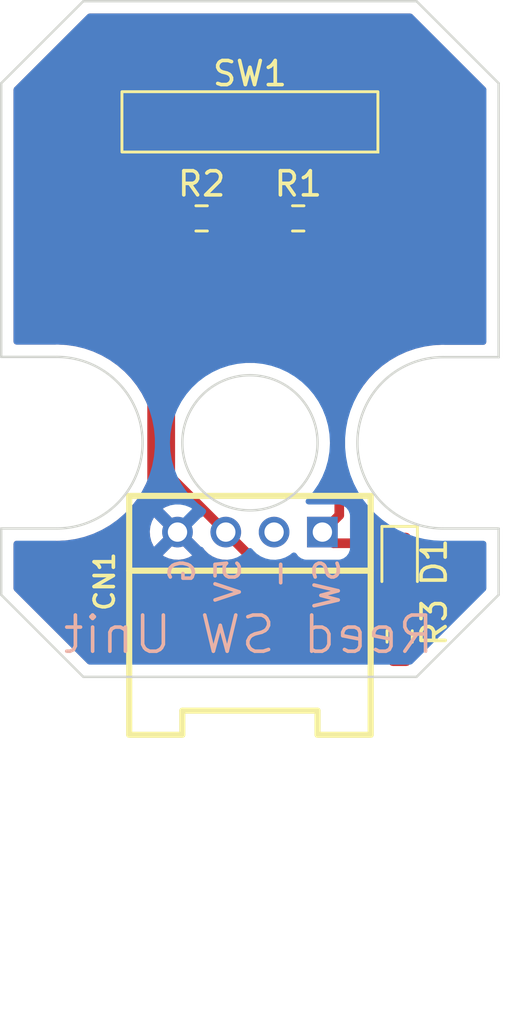
<source format=kicad_pcb>
(kicad_pcb (version 20211014) (generator pcbnew)
  (layers (0 "F.Cu" signal) (31 "B.Cu" signal) (34 "B.Paste" user) (35 "F.Paste" user) (36 "B.SilkS" user "B.Silkscreen") (37 "F.SilkS" user "F.Silkscreen") (38 "B.Mask" user) (39 "F.Mask" user) (44 "Edge.Cuts" user))
  (net 0 "")
  (net 1 "+5V")
  (net 2 "GND")
  (net 3 "/SW")
  (net 5 "Net-(R3-Pad1)")
  (footprint "akita:CON_GROVE_H" (layer "F.Cu") (at 10.3 22 180)
    (fp_text reference "CN1" (at 5.55 -0.75 90) (layer "F.SilkS") (effects (font (size 0.8 0.8)) (justify right bottom)))
    (fp_text value "CON_GROVE")
    (fp_line (start 2.8 -7.4) (end 2.8 -8.4) (layer "F.SilkS") (width 0.254))
    (fp_line (start -5 -8.4) (end -5 -1.6) (layer "F.SilkS") (width 0.254))
    (fp_line (start -2.8 -8.4) (end -2.8 -7.4) (layer "F.SilkS") (width 0.254))
    (fp_line (start -5 -1.6) (end 5 -1.6) (layer "F.SilkS") (width 0.254))
    (fp_line (start -5 -8.4) (end -2.8 -8.4) (layer "F.SilkS") (width 0.254))
    (fp_line (start 5 -1.6) (end 5 -8.4) (layer "F.SilkS") (width 0.254))
    (fp_line (start -5 1.5) (end 5 1.5) (layer "F.SilkS") (width 0.254))
    (fp_line (start -5 -1.6) (end -5 1.5) (layer "F.SilkS") (width 0.254))
    (fp_line (start -5 -1) (end -5 1) (layer "F.SilkS") (width 0.127))
    (fp_line (start 5 1.5) (end 5 -1.6) (layer "F.SilkS") (width 0.254))
    (fp_line (start -2.8 -7.4) (end 2.8 -7.4) (layer "F.SilkS") (width 0.254))
    (fp_line (start 2.8 -8.4) (end 5 -8.4) (layer "F.SilkS") (width 0.254))
    (pad "1" thru_hole rect locked (at -3 0 180) (size 1.27 1.27) (drill 0.8) (layers *.Cu *.Mask) (net 3 "/SW"))
    (pad "2" thru_hole circle locked (at -1 0 180) (size 1.27 1.27) (drill 0.8) (layers *.Cu *.Mask))
    (pad "3" thru_hole circle locked (at 1 0 180) (size 1.27 1.27) (drill 0.8) (layers *.Cu *.Mask) (net 1 "+5V"))
    (pad "4" thru_hole circle locked (at 3 0 180) (size 1.27 1.27) (drill 0.8) (layers *.Cu *.Mask) (net 2 "GND"))
  )
  (footprint "Resistor_SMD:R_0603_1608Metric" (layer "F.Cu") (at 8.3 9)
    (fp_text reference "R2" (at 0 -1.43) (layer "F.SilkS"))
    (fp_text value "200k")
    (fp_line (start -0.237258 0.5225) (end 0.237258 0.5225) (layer "F.SilkS") (width 0.12))
    (fp_line (start -0.237258 -0.5225) (end 0.237258 -0.5225) (layer "F.SilkS") (width 0.12))
    (pad "1" smd roundrect locked (at -0.825 0) (size 0.8 0.95) (layers "F.Cu" "F.Paste" "F.Mask") (net 2 "GND"))
    (pad "2" smd roundrect locked (at 0.825 0) (size 0.8 0.95) (layers "F.Cu" "F.Paste" "F.Mask") (net 3 "/SW"))
  )
  (footprint "akita:SW_LeadSW_SP3-1A16" (layer "F.Cu") (at 10.3 5 180)
    (fp_text reference "SW1" (at 0 2 unlocked) (layer "F.SilkS"))
    (fp_text value "SW_SPST")
    (fp_rect (start -5.3 -1.25) (end 5.3 1.25) (layer "F.SilkS") (width 0.12) (fill none))
    (pad "1" smd roundrect (at -7.5 0 180) (size 2 1.5) (layers "F.Cu" "F.Paste" "F.Mask") (net 3 "/SW"))
    (pad "2" smd roundrect (at 7.5 0 180) (size 2 1.5) (layers "F.Cu" "F.Paste" "F.Mask") (net 2 "GND"))
  )
  (footprint "LED_SMD:LED_0603_1608Metric" (layer "F.Cu") (at 16.5 23.25 -90)
    (fp_text reference "D1" (at 0 -1.43 90) (layer "F.SilkS"))
    (fp_text value "Red")
    (fp_line (start 0.8 -0.735) (end -1.485 -0.735) (layer "F.SilkS") (width 0.12))
    (fp_line (start -1.485 0.735) (end 0.8 0.735) (layer "F.SilkS") (width 0.12))
    (fp_line (start -1.485 -0.735) (end -1.485 0.735) (layer "F.SilkS") (width 0.12))
    (pad "1" smd roundrect locked (at -0.7875 0 270) (size 0.875 0.95) (layers "F.Cu" "F.Paste" "F.Mask") (net 3 "/SW"))
    (pad "2" smd roundrect locked (at 0.7875 0 270) (size 0.875 0.95) (layers "F.Cu" "F.Paste" "F.Mask") (net 5 "Net-(R3-Pad1)"))
  )
  (footprint "Resistor_SMD:R_0603_1608Metric" (layer "F.Cu") (at 16.5 26.325 -90)
    (fp_text reference "R3" (at -0.575 -1.43 90) (layer "F.SilkS"))
    (fp_text value "1k")
    (fp_line (start -0.237258 -0.5225) (end 0.237258 -0.5225) (layer "F.SilkS") (width 0.12))
    (fp_line (start -0.237258 0.5225) (end 0.237258 0.5225) (layer "F.SilkS") (width 0.12))
    (pad "1" smd roundrect locked (at -0.825 0 270) (size 0.8 0.95) (layers "F.Cu" "F.Paste" "F.Mask") (net 5 "Net-(R3-Pad1)"))
    (pad "2" smd roundrect locked (at 0.825 0 270) (size 0.8 0.95) (layers "F.Cu" "F.Paste" "F.Mask") (net 1 "+5V"))
  )
  (footprint "Resistor_SMD:R_0603_1608Metric" (layer "F.Cu") (at 12.3 9)
    (fp_text reference "R1" (at 0 -1.43) (layer "F.SilkS"))
    (fp_text value "300k")
    (fp_line (start -0.237258 -0.5225) (end 0.237258 -0.5225) (layer "F.SilkS") (width 0.12))
    (fp_line (start -0.237258 0.5225) (end 0.237258 0.5225) (layer "F.SilkS") (width 0.12))
    (pad "1" smd roundrect locked (at -0.825 0) (size 0.8 0.95) (layers "F.Cu" "F.Paste" "F.Mask") (net 3 "/SW"))
    (pad "2" smd roundrect locked (at 0.825 0) (size 0.8 0.95) (layers "F.Cu" "F.Paste" "F.Mask") (net 1 "+5V"))
  )
  (gr_line (start 0 24.6) (end 0 21.85) (layer "Edge.Cuts") (width 0.1))
  (gr_line (start 0 14.74) (end 2.3 14.74) (layer "Edge.Cuts") (width 0.1))
  (gr_line (start 20.6 21.85) (end 20.6 24.6) (layer "Edge.Cuts") (width 0.1))
  (gr_line (start 3.4 0) (end 17.2 0) (layer "Edge.Cuts") (width 0.1))
  (gr_line (start 0 3.4) (end 3.4 0) (layer "Edge.Cuts") (width 0.1))
  (gr_line (start 0 14.74) (end 0 3.4) (layer "Edge.Cuts") (width 0.1))
  (gr_line (start 0 24.6) (end 3.4 28) (layer "Edge.Cuts") (width 0.1))
  (gr_line (start 3.4 28) (end 17.2 28) (layer "Edge.Cuts") (width 0.1))
  (gr_line (start 20.6 3.4) (end 17.2 0) (layer "Edge.Cuts") (width 0.1))
  (gr_arc (start 2.3 14.74) (mid 5.855 18.295) (end 2.3 21.85) (layer "Edge.Cuts") (width 0.1))
  (gr_line (start 0 21.85) (end 2.3 21.85) (layer "Edge.Cuts") (width 0.1))
  (gr_circle (center 10.3 18.3) (end 13.1 18.3) (layer "Edge.Cuts") (width 0.1) (fill none))
  (gr_line (start 18.3 21.85) (end 20.6 21.85) (layer "Edge.Cuts") (width 0.1))
  (gr_line (start 18.3 14.75) (end 20.6 14.75) (layer "Edge.Cuts") (width 0.1))
  (gr_line (start 20.6 14.76) (end 20.6 3.4) (layer "Edge.Cuts") (width 0.1))
  (gr_line (start 17.2 28) (end 20.6 24.6) (layer "Edge.Cuts") (width 0.1))
  (gr_arc (start 18.3 21.85) (mid 14.75 18.3) (end 18.3 14.75) (layer "Edge.Cuts") (width 0.1))
  (gr_text "5V" (at 9.4 23 90) (layer "B.SilkS") (effects (font (size 1 1)) (justify left mirror)))
  (gr_text "G" (at 7.5 23 90) (layer "B.SilkS") (effects (font (size 1 1)) (justify left mirror)))
  (gr_text "-" (at 11.5 23 90) (layer "B.SilkS") (effects (font (size 1 1)) (justify left mirror)))
  (gr_text "Reed SW Unit" (at 10.25 26.25) (layer "B.SilkS") (effects (font (size 1.5 1.5)) (justify mirror)))
  (gr_text "SW" (at 13.5 23 90) (layer "B.SilkS") (effects (font (size 1 1)) (justify left mirror)))
  (segment (start 16.5 27.15) (end 14.45 27.15) (width 0.4) (layer "F.Cu") (net 1))
  (segment (start 9.3 22) (end 7 19.7) (width 0.4) (layer "F.Cu") (net 1))
  (segment (start 7 19.7) (end 7 16.5) (width 0.4) (layer "F.Cu") (net 1))
  (segment (start 7 16.5) (end 13.125 10.375) (width 0.4) (layer "F.Cu") (net 1))
  (segment (start 13.125 10.375) (end 13.125 9) (width 0.4) (layer "F.Cu") (net 1))
  (segment (start 14.45 27.15) (end 9.3 22) (width 0.4) (layer "F.Cu") (net 1))
  (segment (start 6.25 10.225) (end 6.25 20.95) (width 0.4) (layer "F.Cu") (net 2))
  (segment (start 4.75 5) (end 2.8 5) (width 0.4) (layer "F.Cu") (net 2))
  (segment (start 6.25 20.95) (end 7.3 22) (width 0.4) (layer "F.Cu") (net 2))
  (segment (start 7.475 9) (end 7.475 7.725) (width 0.4) (layer "F.Cu") (net 2))
  (segment (start 7.475 7.725) (end 4.75 5) (width 0.4) (layer "F.Cu") (net 2))
  (segment (start 7.475 9) (end 6.25 10.225) (width 0.4) (layer "F.Cu") (net 2))
  (segment (start 16.5 22.4625) (end 13.7625 22.4625) (width 0.4) (layer "F.Cu") (net 3))
  (segment (start 17.8 5) (end 17.8 7.2) (width 0.4) (layer "F.Cu") (net 3))
  (segment (start 13.7625 22.4625) (end 13.3 22) (width 0.4) (layer "F.Cu") (net 3))
  (segment (start 17.8 7.2) (end 14 11) (width 0.4) (layer "F.Cu") (net 3))
  (segment (start 13.3 22) (end 13.75 21.55) (width 0.2) (layer "F.Cu") (net 3))
  (segment (start 11.475 6.275) (end 11.475 9) (width 0.4) (layer "F.Cu") (net 3))
  (segment (start 12.75 5) (end 11.475 6.275) (width 0.4) (layer "F.Cu") (net 3))
  (segment (start 9.125 9) (end 11.475 9) (width 0.4) (layer "F.Cu") (net 3))
  (segment (start 14 11) (end 14 21.3) (width 0.4) (layer "F.Cu") (net 3))
  (segment (start 14 21.3) (end 13.3 22) (width 0.4) (layer "F.Cu") (net 3))
  (segment (start 17.8 5) (end 12.75 5) (width 0.4) (layer "F.Cu") (net 3))
  (segment (start 16.5 24.0375) (end 16.5 25.5) (width 0.4) (layer "F.Cu") (net 5))
  (zone (net 2) (net_name "GND") (layers F&B.Cu) (connect_pads (clearance 0.508)) (min_thickness 0.254) (fill yes (thermal_gap 0.508) (thermal_bridge_width 0.508))
    (polygon (pts (xy 21 28.25) (xy 0 28.25) (xy 0 0) (xy 21.25 0)))
  )
)
</source>
